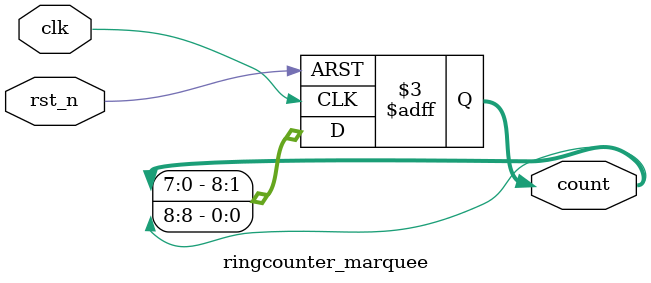
<source format=v>
`timescale 1ns / 1ps

`include "constant.v"
module ringcounter_marquee(
    output reg[8:0] count, 
    input clk, rst_n
);

always @(posedge clk, negedge rst_n) begin
    if (~rst_n) begin
        count <= 9'b000000001;
    end
    else begin
        count[0] <= count[8];
        count[1] <= count[0];
        count[2] <= count[1];
        count[3] <= count[2];
        count[4] <= count[3];
        count[5] <= count[4];
        count[6] <= count[5];
        count[7] <= count[6];
        count[8] <= count[7];
    end
end
endmodule
</source>
